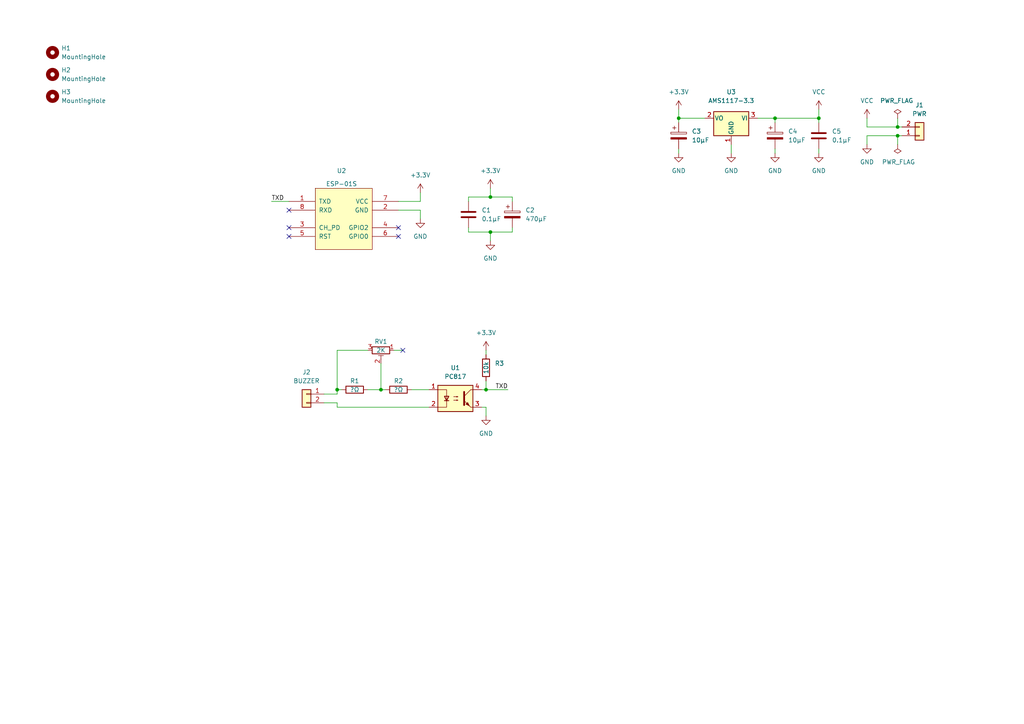
<source format=kicad_sch>
(kicad_sch (version 20230121) (generator eeschema)
  (paper "A4")
  (lib_symbols
    (symbol "!Custom:ESP-01" (pin_names (offset 1))
      (property "Reference" "U" (at -6.985 10.16 0))
      (property "Value" "ESP-01" (at 5.08 10.16 0))
      (symbol "ESP-01_1_0"
        (rectangle (start -7.62 8.89) (end 8.89 -8.89) (fill (type background)))
      )
      (symbol "ESP-01_1_1"
        (pin tri_state line (at -15.24 5.08 0) (length 7.62) (name "TXD") (number "1"))
        (pin power_in line (at 16.51 2.54 180) (length 7.62) (name "GND") (number "2"))
        (pin input line (at -15.24 -2.54 0) (length 7.62) (name "CH_PD") (number "3"))
        (pin tri_state line (at 16.51 -2.54 180) (length 7.62) (name "GPIO2") (number "4"))
        (pin input line (at -15.24 -5.08 0) (length 7.62) (name "RST") (number "5"))
        (pin tri_state line (at 16.51 -5.08 180) (length 7.62) (name "GPIO0") (number "6"))
        (pin power_in line (at 16.51 5.08 180) (length 7.62) (name "VCC") (number "7"))
        (pin tri_state line (at -15.24 2.54 0) (length 7.62) (name "RXD") (number "8"))
      )
    )
    (symbol "Connector_Generic:Conn_01x02" (pin_names (offset 1.016) hide)
      (property "Reference" "J" (at 0 2.54 0))
      (property "Value" "Conn_01x02" (at 0 -5.08 0))
      (symbol "Conn_01x02_1_1"
        (rectangle (start -1.27 -2.413) (end 0 -2.667) (stroke (width 0.1524)))
        (rectangle (start -1.27 0.127) (end 0 -0.127) (stroke (width 0.1524)))
        (rectangle (start -1.27 1.27) (end 1.27 -3.81) (stroke (width 0.254)) (fill (type background)))
        (pin passive line (at -5.08 0 0) (length 3.81) (name "Pin_1") (number "1"))
        (pin passive line (at -5.08 -2.54 0) (length 3.81) (name "Pin_2") (number "2"))
      )
    )
    (symbol "Device:C" (pin_numbers hide) (pin_names (offset 0.254))
      (property "Reference" "C" (at 0.635 2.54 0))
      (property "Value" "C" (at 0.635 -2.54 0))
      (symbol "C_0_1"
        (polyline (pts (xy -2.032 -0.762) (xy 2.032 -0.762)) (stroke (width 0.508)))
        (polyline (pts (xy -2.032 0.762) (xy 2.032 0.762)) (stroke (width 0.508)))
      )
      (symbol "C_1_1"
        (pin passive line (at 0 3.81 270) (length 2.794) (name "~") (number "1"))
        (pin passive line (at 0 -3.81 90) (length 2.794) (name "~") (number "2"))
      )
    )
    (symbol "Device:C_Polarized" (pin_numbers hide) (pin_names (offset 0.254))
      (property "Reference" "C" (at 0.635 2.54 0))
      (property "Value" "C_Polarized" (at 0.635 -2.54 0))
      (symbol "C_Polarized_0_1"
        (rectangle (start -2.286 0.508) (end 2.286 1.016))
        (polyline (pts (xy -1.778 2.286) (xy -0.762 2.286)))
        (polyline (pts (xy -1.27 2.794) (xy -1.27 1.778)))
        (rectangle (start 2.286 -0.508) (end -2.286 -1.016) (fill (type outline)))
      )
      (symbol "C_Polarized_1_1"
        (pin passive line (at 0 3.81 270) (length 2.794) (name "~") (number "1"))
        (pin passive line (at 0 -3.81 90) (length 2.794) (name "~") (number "2"))
      )
    )
    (symbol "Device:R" (pin_numbers hide) (pin_names (offset 0))
      (property "Reference" "R" (at 2.032 0 90))
      (property "Value" "R" (at 0 0 90))
      (symbol "R_0_1"
        (rectangle (start -1.016 -2.54) (end 1.016 2.54) (stroke (width 0.254)))
      )
      (symbol "R_1_1"
        (pin passive line (at 0 3.81 270) (length 1.27) (name "~") (number "1"))
        (pin passive line (at 0 -3.81 90) (length 1.27) (name "~") (number "2"))
      )
    )
    (symbol "Device:R_Potentiometer_Trim" (pin_names (offset 1.016) hide)
      (property "Reference" "RV" (at -4.445 0 90))
      (property "Value" "R_Potentiometer_Trim" (at -2.54 0 90))
      (symbol "R_Potentiometer_Trim_0_1"
        (polyline (pts (xy 1.524 0.762) (xy 1.524 -0.762)))
        (polyline (pts (xy 2.54 0) (xy 1.524 0)))
        (rectangle (start 1.016 2.54) (end -1.016 -2.54) (stroke (width 0.254)))
      )
      (symbol "R_Potentiometer_Trim_1_1"
        (pin passive line (at 0 3.81 270) (length 1.27) (name "1") (number "1"))
        (pin passive line (at 3.81 0 180) (length 1.27) (name "2") (number "2"))
        (pin passive line (at 0 -3.81 90) (length 1.27) (name "3") (number "3"))
      )
    )
    (symbol "Isolator:PC817" (pin_names (offset 1.016))
      (property "Reference" "U" (at -5.08 5.08 0))
      (property "Value" "PC817" (at 0 5.08 0))
      (symbol "PC817_0_1"
        (rectangle (start -5.08 3.81) (end 5.08 -3.81) (stroke (width 0.254)) (fill (type background)))
        (polyline (pts (xy -3.175 -0.635) (xy -1.905 -0.635)) (stroke (width 0.254)))
        (polyline (pts (xy 2.54 0.635) (xy 4.445 2.54)))
        (polyline (pts (xy 4.445 -2.54) (xy 2.54 -0.635)) (fill (type outline)))
        (polyline (pts (xy 4.445 -2.54) (xy 5.08 -2.54)))
        (polyline (pts (xy 4.445 2.54) (xy 5.08 2.54)))
        (polyline (pts (xy -5.08 2.54) (xy -2.54 2.54) (xy -2.54 -0.635)))
        (polyline (pts (xy -2.54 -0.635) (xy -2.54 -2.54) (xy -5.08 -2.54)))
        (polyline (pts (xy 2.54 1.905) (xy 2.54 -1.905) (xy 2.54 -1.905)) (stroke (width 0.508)))
        (polyline (pts (xy -2.54 -0.635) (xy -3.175 0.635) (xy -1.905 0.635) (xy -2.54 -0.635)) (stroke (width 0.254)))
        (polyline (pts (xy -0.508 -0.508) (xy 0.762 -0.508) (xy 0.381 -0.635) (xy 0.381 -0.381) (xy 0.762 -0.508)))
        (polyline (pts (xy -0.508 0.508) (xy 0.762 0.508) (xy 0.381 0.381) (xy 0.381 0.635) (xy 0.762 0.508)))
        (polyline (pts (xy 3.048 -1.651) (xy 3.556 -1.143) (xy 4.064 -2.159) (xy 3.048 -1.651) (xy 3.048 -1.651)) (fill (type outline)))
      )
      (symbol "PC817_1_1"
        (pin passive line (at -7.62 2.54 0) (length 2.54) (name "~") (number "1"))
        (pin passive line (at -7.62 -2.54 0) (length 2.54) (name "~") (number "2"))
        (pin passive line (at 7.62 -2.54 180) (length 2.54) (name "~") (number "3"))
        (pin passive line (at 7.62 2.54 180) (length 2.54) (name "~") (number "4"))
      )
    )
    (symbol "Mechanical:MountingHole" (pin_names (offset 1.016))
      (property "Reference" "H" (at 0 5.08 0))
      (property "Value" "MountingHole" (at 0 3.175 0))
      (symbol "MountingHole_0_1"
        (circle (center 0 0) (radius 1.27) (stroke (width 1.27)))
      )
    )
    (symbol "Regulator_Linear:AMS1117-3.3" (pin_names (offset 0.254))
      (property "Reference" "U" (at -3.81 3.175 0))
      (property "Value" "AMS1117-3.3" (at 0 3.175 0))
      (symbol "AMS1117-3.3_0_1"
        (rectangle (start -5.08 -5.08) (end 5.08 1.905) (stroke (width 0.254)) (fill (type background)))
      )
      (symbol "AMS1117-3.3_1_1"
        (pin power_in line (at 0 -7.62 90) (length 2.54) (name "GND") (number "1"))
        (pin power_out line (at 7.62 0 180) (length 2.54) (name "VO") (number "2"))
        (pin power_in line (at -7.62 0 0) (length 2.54) (name "VI") (number "3"))
      )
    )
    (symbol "power:+3.3V" (power) (pin_names (offset 0))
      (property "Value" "+3.3V" (at 0 3.556 0))
      (symbol "+3.3V_0_1"
        (polyline (pts (xy -0.762 1.27) (xy 0 2.54)))
        (polyline (pts (xy 0 0) (xy 0 2.54)))
        (polyline (pts (xy 0 2.54) (xy 0.762 1.27)))
      )
      (symbol "+3.3V_1_1"
        (pin power_in line (at 0 0 90) (length 0) hide (name "+3.3V") (number "1"))
      )
    )
    (symbol "power:GND" (power) (pin_names (offset 0))
      (property "Value" "GND" (at 0 -3.81 0))
      (symbol "GND_0_1"
        (polyline (pts (xy 0 0) (xy 0 -1.27) (xy 1.27 -1.27) (xy 0 -2.54) (xy -1.27 -1.27) (xy 0 -1.27)))
      )
      (symbol "GND_1_1"
        (pin power_in line (at 0 0 270) (length 0) hide (name "GND") (number "1"))
      )
    )
    (symbol "power:PWR_FLAG" (power) (pin_numbers hide) (pin_names (offset 0) hide)
      (property "Value" "PWR_FLAG" (at 0 3.81 0))
      (symbol "PWR_FLAG_0_0"
        (pin power_out line (at 0 0 90) (length 0) (name "pwr") (number "1"))
      )
      (symbol "PWR_FLAG_0_1"
        (polyline (pts (xy 0 0) (xy 0 1.27) (xy -1.016 1.905) (xy 0 2.54) (xy 1.016 1.905) (xy 0 1.27)))
      )
    )
    (symbol "power:VCC" (power) (pin_names (offset 0))
      (property "Value" "VCC" (at 0 3.81 0))
      (symbol "VCC_0_1"
        (polyline (pts (xy -0.762 1.27) (xy 0 2.54)))
        (polyline (pts (xy 0 0) (xy 0 2.54)))
        (polyline (pts (xy 0 2.54) (xy 0.762 1.27)))
      )
      (symbol "VCC_1_1"
        (pin power_in line (at 0 0 90) (length 0) hide (name "VCC") (number "1"))
      )
    )
  )
  (junction (at 142.24 57.15))
  (junction (at 196.85 34.29))
  (junction (at 237.49 34.29))
  (junction (at 140.97 113.03))
  (junction (at 260.35 39.37))
  (junction (at 97.79 113.03))
  (junction (at 260.35 36.83))
  (junction (at 142.24 67.31))
  (junction (at 110.49 113.03))
  (junction (at 224.79 34.29))
  (no_connect (at 83.82 66.04))
  (no_connect (at 116.84 101.6))
  (no_connect (at 83.82 60.96))
  (no_connect (at 115.57 66.04))
  (no_connect (at 83.82 68.58))
  (no_connect (at 115.57 68.58))
  (wire (pts (xy 212.09 41.91) (xy 212.09 44.45)))
  (wire (pts (xy 140.97 118.11) (xy 140.97 120.65)))
  (wire (pts (xy 97.79 113.03) (xy 99.06 113.03)))
  (wire (pts (xy 78.74 58.42) (xy 83.82 58.42)))
  (wire (pts (xy 119.38 113.03) (xy 124.46 113.03)))
  (wire (pts (xy 97.79 114.3) (xy 97.79 113.03)))
  (wire (pts (xy 93.98 116.84) (xy 97.79 116.84)))
  (wire (pts (xy 237.49 35.56) (xy 237.49 34.29)))
  (wire (pts (xy 139.7 118.11) (xy 140.97 118.11)))
  (wire (pts (xy 106.68 101.6) (xy 97.79 101.6)))
  (wire (pts (xy 237.49 31.75) (xy 237.49 34.29)))
  (wire (pts (xy 142.24 54.61) (xy 142.24 57.15)))
  (wire (pts (xy 251.46 34.29) (xy 251.46 36.83)))
  (wire (pts (xy 142.24 67.31) (xy 148.59 67.31)))
  (wire (pts (xy 135.89 66.04) (xy 135.89 67.31)))
  (wire (pts (xy 251.46 36.83) (xy 260.35 36.83)))
  (wire (pts (xy 97.79 116.84) (xy 97.79 118.11)))
  (wire (pts (xy 110.49 113.03) (xy 111.76 113.03)))
  (wire (pts (xy 261.62 36.83) (xy 260.35 36.83)))
  (wire (pts (xy 196.85 34.29) (xy 196.85 31.75)))
  (wire (pts (xy 251.46 39.37) (xy 260.35 39.37)))
  (wire (pts (xy 121.92 60.96) (xy 121.92 63.5)))
  (wire (pts (xy 116.84 101.6) (xy 114.3 101.6)))
  (wire (pts (xy 135.89 57.15) (xy 135.89 58.42)))
  (wire (pts (xy 142.24 69.85) (xy 142.24 67.31)))
  (wire (pts (xy 224.79 35.56) (xy 224.79 34.29)))
  (wire (pts (xy 142.24 57.15) (xy 135.89 57.15)))
  (wire (pts (xy 196.85 34.29) (xy 204.47 34.29)))
  (wire (pts (xy 110.49 105.41) (xy 110.49 113.03)))
  (wire (pts (xy 97.79 101.6) (xy 97.79 113.03)))
  (wire (pts (xy 148.59 58.42) (xy 148.59 57.15)))
  (wire (pts (xy 140.97 101.6) (xy 140.97 102.87)))
  (wire (pts (xy 219.71 34.29) (xy 224.79 34.29)))
  (wire (pts (xy 260.35 34.29) (xy 260.35 36.83)))
  (wire (pts (xy 140.97 110.49) (xy 140.97 113.03)))
  (wire (pts (xy 148.59 66.04) (xy 148.59 67.31)))
  (wire (pts (xy 140.97 113.03) (xy 139.7 113.03)))
  (wire (pts (xy 106.68 113.03) (xy 110.49 113.03)))
  (wire (pts (xy 140.97 113.03) (xy 147.32 113.03)))
  (wire (pts (xy 237.49 43.18) (xy 237.49 44.45)))
  (wire (pts (xy 121.92 55.88) (xy 121.92 58.42)))
  (wire (pts (xy 196.85 34.29) (xy 196.85 35.56)))
  (wire (pts (xy 224.79 34.29) (xy 237.49 34.29)))
  (wire (pts (xy 196.85 43.18) (xy 196.85 44.45)))
  (wire (pts (xy 251.46 41.91) (xy 251.46 39.37)))
  (wire (pts (xy 93.98 114.3) (xy 97.79 114.3)))
  (wire (pts (xy 260.35 39.37) (xy 260.35 41.91)))
  (wire (pts (xy 135.89 67.31) (xy 142.24 67.31)))
  (wire (pts (xy 260.35 39.37) (xy 261.62 39.37)))
  (wire (pts (xy 115.57 60.96) (xy 121.92 60.96)))
  (wire (pts (xy 121.92 58.42) (xy 115.57 58.42)))
  (wire (pts (xy 148.59 57.15) (xy 142.24 57.15)))
  (wire (pts (xy 97.79 118.11) (xy 124.46 118.11)))
  (wire (pts (xy 224.79 43.18) (xy 224.79 44.45)))
  (label "TXD" (at 78.74 58.42 0))
  (label "TXD" (at 147.32 113.03 180))
  (symbol (lib_id "power:PWR_FLAG") (at 260.35 41.91 180) (unit 1)
    (property "Reference" "#FLG0101" (effects hide))
    (property "Value" "PWR_FLAG" (at 265.43 46.99 0) (effects (justify left)))
  )
  (symbol (lib_id "power:+3.3V") (at 142.24 54.61 0) (unit 1)
    (property "Reference" "#PWR0104" (effects hide))
    (property "Value" "+3.3V" (at 142.24 49.53 0))
  )
  (symbol (lib_id "Device:R_Potentiometer_Trim") (at 110.49 101.6 270) (unit 1)
    (property "Reference" "RV1" (at 110.49 99.06 90))
    (property "Value" "2K" (at 110.49 101.6 90))
    (property "Footprint" "Potentiometer_THT:Potentiometer_Runtron_RM-065_Vertical" (effects hide))
  )
  (symbol (lib_id "power:GND") (at 212.09 44.45 0) (unit 1)
    (property "Reference" "#PWR0110" (effects hide))
    (property "Value" "GND" (at 212.09 49.53 0))
  )
  (symbol (lib_id "power:+3.3V") (at 196.85 31.75 0) (unit 1)
    (property "Reference" "#PWR0111" (effects hide))
    (property "Value" "+3.3V" (at 196.85 26.67 0))
  )
  (symbol (lib_id "power:GND") (at 224.79 44.45 0) (unit 1)
    (property "Reference" "#PWR0109" (effects hide))
    (property "Value" "GND" (at 224.79 49.53 0))
  )
  (symbol (lib_id "power:GND") (at 140.97 120.65 0) (unit 1)
    (property "Reference" "#PWR02" (effects hide))
    (property "Value" "GND" (at 140.97 125.73 0))
  )
  (symbol (lib_id "Device:C") (at 135.89 62.23 180) (unit 1)
    (property "Reference" "C1" (at 139.7 60.9599 0) (effects (justify right)))
    (property "Value" "0.1μF" (at 139.7 63.4999 0) (effects (justify right)))
    (property "Footprint" "Capacitor_SMD:C_0805_2012Metric" (effects hide))
  )
  (symbol (lib_id "power:GND") (at 237.49 44.45 0) (unit 1)
    (property "Reference" "#PWR0106" (effects hide))
    (property "Value" "GND" (at 237.49 49.53 0))
  )
  (symbol (lib_id "Isolator:PC817") (at 132.08 115.57 0) (unit 1)
    (property "Reference" "U1" (at 132.08 106.68 0))
    (property "Value" "PC817" (at 132.08 109.22 0))
    (property "Footprint" "Package_DIP:DIP-4_W7.62mm" (effects hide))
    (property "Datasheet" "http://www.soselectronic.cz/a_info/resource/d/pc817.pdf" (effects hide))
  )
  (symbol (lib_id "power:VCC") (at 237.49 31.75 0) (unit 1)
    (property "Reference" "#PWR0102" (effects hide))
    (property "Value" "VCC" (at 237.49 26.67 0))
  )
  (symbol (lib_id "!Custom:ESP-01") (at 99.06 63.5 0) (unit 1)
    (property "Reference" "U2" (at 99.06 49.53 0))
    (property "Value" "ESP-01S" (at 99.06 53.34 0))
    (property "Footprint" "!Custom:ESP-01" (effects hide))
    (property "Datasheet" "https://www.tutos.eu/vault/3506ESP8266_01S_Modul_Datenblatt.pdf" (effects hide))
  )
  (symbol (lib_id "Device:C_Polarized") (at 224.79 39.37 0) (unit 1)
    (property "Reference" "C4" (at 228.6 38.1 0) (effects (justify left)))
    (property "Value" "10μF" (at 228.6 40.64 0) (effects (justify left)))
    (property "Footprint" "Capacitor_THT:CP_Radial_D4.0mm_P1.50mm" (effects hide))
  )
  (symbol (lib_id "Device:R") (at 102.87 113.03 90) (unit 1)
    (property "Reference" "R1" (at 102.87 110.49 90))
    (property "Value" "?Ω" (at 102.87 113.03 90))
    (property "Footprint" "Resistor_SMD:R_0603_1608Metric" (effects hide))
  )
  (symbol (lib_id "power:+3.3V") (at 121.92 55.88 0) (unit 1)
    (property "Reference" "#PWR0108" (effects hide))
    (property "Value" "+3.3V" (at 121.92 50.8 0))
  )
  (symbol (lib_id "power:GND") (at 196.85 44.45 0) (unit 1)
    (property "Reference" "#PWR0112" (effects hide))
    (property "Value" "GND" (at 196.85 49.53 0))
  )
  (symbol (lib_id "Device:R") (at 140.97 106.68 180) (unit 1)
    (property "Reference" "R3" (at 143.51 105.4099 0) (effects (justify right)))
    (property "Value" "10k" (at 140.97 108.5162 90) (effects (justify right)))
    (property "Footprint" "Resistor_SMD:R_0603_1608Metric" (effects hide))
  )
  (symbol (lib_id "power:GND") (at 142.24 69.85 0) (unit 1)
    (property "Reference" "#PWR0105" (effects hide))
    (property "Value" "GND" (at 142.24 74.93 0))
  )
  (symbol (lib_id "power:PWR_FLAG") (at 260.35 34.29 0) (unit 1)
    (property "Reference" "#FLG0102" (effects hide))
    (property "Value" "PWR_FLAG" (at 255.27 29.21 0) (effects (justify left)))
  )
  (symbol (lib_id "Mechanical:MountingHole") (at 15.24 21.59 0) (unit 1)
    (property "Reference" "H2" (at 17.78 20.3199 0) (effects (justify left)))
    (property "Value" "MountingHole" (at 17.78 22.8599 0) (effects (justify left)))
    (property "Footprint" "MountingHole:MountingHole_2.2mm_M2" (effects hide))
  )
  (symbol (lib_id "Device:C_Polarized") (at 148.59 62.23 0) (unit 1)
    (property "Reference" "C2" (at 152.4 60.96 0) (effects (justify left)))
    (property "Value" "470μF" (at 152.4 63.5 0) (effects (justify left)))
    (property "Footprint" "Capacitor_THT:CP_Radial_D10.0mm_P2.50mm_P5.00mm" (effects hide))
  )
  (symbol (lib_id "power:VCC") (at 251.46 34.29 0) (unit 1)
    (property "Reference" "#PWR0103" (effects hide))
    (property "Value" "VCC" (at 251.46 29.21 0))
  )
  (symbol (lib_id "Connector_Generic:Conn_01x02") (at 266.7 39.37 0) (mirror x) (unit 1)
    (property "Reference" "J1" (at 266.7 30.48 0))
    (property "Value" "PWR" (at 266.7 33.02 0))
    (property "Footprint" "!Custom:TerminalBlock_KF301-2P-5mm" (effects hide))
  )
  (symbol (lib_id "Regulator_Linear:AMS1117-3.3") (at 212.09 34.29 0) (mirror y) (unit 1)
    (property "Reference" "U3" (at 212.09 26.67 0))
    (property "Value" "AMS1117-3.3" (at 212.09 29.21 0))
    (property "Footprint" "Package_TO_SOT_SMD:SOT-223-3_TabPin2" (effects hide))
    (property "Datasheet" "http://www.advanced-monolithic.com/pdf/ds1117.pdf" (effects hide))
  )
  (symbol (lib_id "power:GND") (at 121.92 63.5 0) (unit 1)
    (property "Reference" "#PWR0107" (effects hide))
    (property "Value" "GND" (at 121.92 68.58 0))
  )
  (symbol (lib_id "power:+3.3V") (at 140.97 101.6 0) (unit 1)
    (property "Reference" "#PWR01" (effects hide))
    (property "Value" "+3.3V" (at 140.97 96.52 0))
  )
  (symbol (lib_id "Connector_Generic:Conn_01x02") (at 88.9 114.3 0) (mirror y) (unit 1)
    (property "Reference" "J2" (at 88.9 107.95 0))
    (property "Value" "BUZZER" (at 88.9 110.49 0))
    (property "Footprint" "!Custom:TerminalBlock_KF301-2P-5mm" (effects hide))
  )
  (symbol (lib_id "Mechanical:MountingHole") (at 15.24 15.24 0) (unit 1)
    (property "Reference" "H1" (at 17.78 13.9699 0) (effects (justify left)))
    (property "Value" "MountingHole" (at 17.78 16.5099 0) (effects (justify left)))
    (property "Footprint" "MountingHole:MountingHole_2.2mm_M2" (effects hide))
  )
  (symbol (lib_id "Device:C_Polarized") (at 196.85 39.37 0) (unit 1)
    (property "Reference" "C3" (at 200.66 38.1 0) (effects (justify left)))
    (property "Value" "10μF" (at 200.66 40.64 0) (effects (justify left)))
    (property "Footprint" "Capacitor_THT:CP_Radial_D4.0mm_P1.50mm" (effects hide))
  )
  (symbol (lib_id "Device:R") (at 115.57 113.03 90) (unit 1)
    (property "Reference" "R2" (at 115.57 110.49 90))
    (property "Value" "?Ω" (at 115.57 113.03 90))
    (property "Footprint" "Resistor_SMD:R_0603_1608Metric" (effects hide))
  )
  (symbol (lib_id "Device:C") (at 237.49 39.37 180) (unit 1)
    (property "Reference" "C5" (at 241.3 38.0999 0) (effects (justify right)))
    (property "Value" "0.1μF" (at 241.3 40.6399 0) (effects (justify right)))
    (property "Footprint" "Capacitor_SMD:C_0805_2012Metric" (effects hide))
  )
  (symbol (lib_id "power:GND") (at 251.46 41.91 0) (unit 1)
    (property "Reference" "#PWR0101" (effects hide))
    (property "Value" "GND" (at 251.46 46.99 0))
  )
  (symbol (lib_id "Mechanical:MountingHole") (at 15.24 27.94 0) (unit 1)
    (property "Reference" "H3" (at 17.78 26.6699 0) (effects (justify left)))
    (property "Value" "MountingHole" (at 17.78 29.2099 0) (effects (justify left)))
    (property "Footprint" "MountingHole:MountingHole_2.2mm_M2" (effects hide))
  )
)
</source>
